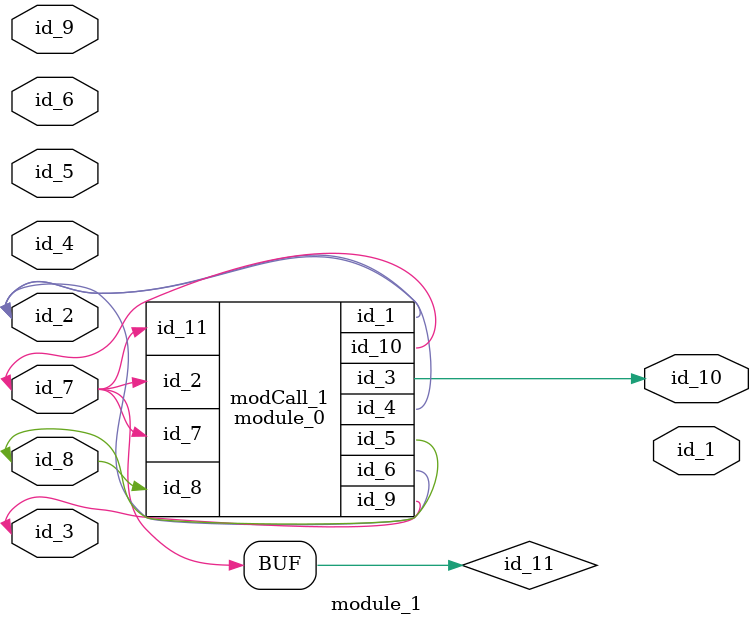
<source format=v>
module module_0 (
    id_1,
    id_2,
    id_3,
    id_4,
    id_5,
    id_6,
    id_7,
    id_8,
    id_9,
    id_10,
    id_11
);
  input wire id_11;
  inout wire id_10;
  inout wire id_9;
  input wire id_8;
  input wire id_7;
  inout wire id_6;
  output wire id_5;
  inout wire id_4;
  output wire id_3;
  input wire id_2;
  inout wire id_1;
endmodule
module module_1 (
    id_1,
    id_2,
    id_3,
    id_4,
    id_5,
    id_6,
    id_7,
    id_8,
    id_9,
    id_10
);
  output wire id_10;
  input wire id_9;
  inout wire id_8;
  input wire id_7;
  input wire id_6;
  inout wire id_5;
  input wire id_4;
  inout wire id_3;
  inout wire id_2;
  output wire id_1;
  wire id_11 = id_7;
  module_0 modCall_1 (
      id_2,
      id_7,
      id_10,
      id_2,
      id_8,
      id_2,
      id_11,
      id_8,
      id_3,
      id_11,
      id_11
  );
endmodule

</source>
